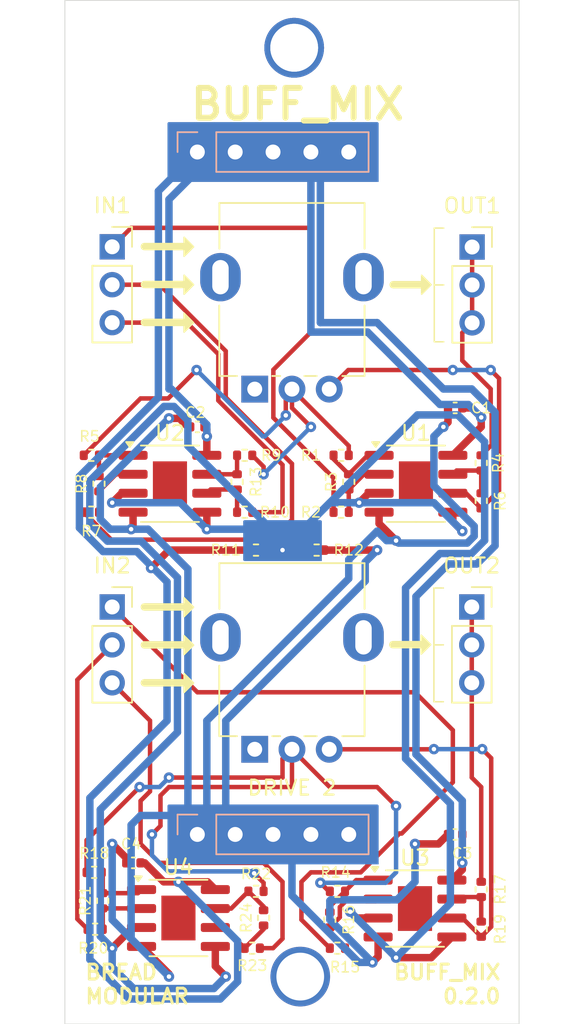
<source format=kicad_pcb>
(kicad_pcb (version 20240108) (generator "pcbnew") (generator_version "8.0")
  (layers (0 "F.Cu" signal) (31 "B.Cu" signal) (34 "B.Paste" user) (35 "F.Paste" user) (36 "B.SilkS" user "B.Silkscreen") (37 "F.SilkS" user "F.Silkscreen") (38 "B.Mask" user) (39 "F.Mask" user) (44 "Edge.Cuts" user))
  (net 0 "")
  (net 1 "GND")
  (net 2 "+5V")
  (net 3 "INA_3")
  (net 4 "INA_1")
  (net 5 "INA_2")
  (net 6 "INB_3")
  (net 7 "INB_1")
  (net 8 "INB_2")
  (net 9 "OUTA")
  (net 10 "OUTB")
  (net 11 "Net-(R1-Pad2)")
  (net 12 "Net-(R1-Pad1)")
  (net 13 "Net-(U1A--)")
  (net 14 "Net-(R4-Pad1)")
  (net 15 "Net-(R5-Pad1)")
  (net 16 "Net-(U1B--)")
  (net 17 "Net-(U2A--)")
  (net 18 "Net-(R13-Pad2)")
  (net 19 "Net-(U2B--)")
  (net 20 "+2.5V")
  (net 21 "Net-(R14-Pad2)")
  (net 22 "Net-(R14-Pad1)")
  (net 23 "Net-(U3A--)")
  (net 24 "Net-(R17-Pad1)")
  (net 25 "Net-(R18-Pad1)")
  (net 26 "Net-(U3B--)")
  (net 27 "Net-(U4A--)")
  (net 28 "Net-(R22-Pad1)")
  (net 29 "Net-(U4B--)")
  (footprint "Resistor_SMD:R_0402_1005Metric" (layer "F.Cu") (at 65.28 100.33 180)
    (property "Reference" "R14")
    (property "Value" "1M")
  )
  (footprint "Resistor_SMD:R_0402_1005Metric" (layer "F.Cu") (at 64.77 102.235 90)
    (property "Reference" "R16")
    (property "Value" "1M")
  )
  (footprint "Connector_PinSocket_2.54mm:PinSocket_1x03_P2.54mm_Vertical" (layer "F.Cu") (at 50.165 81.28)
    (property "Reference" "IN2")
    (property "Value" "Conn_01x03_Socket")
  )
  (footprint "Resistor_SMD:R_0402_1005Metric" (layer "F.Cu") (at 59.815 100.33)
    (property "Reference" "R22")
    (property "Value" "1M")
  )
  (footprint "Resistor_SMD:R_0402_1005Metric" (layer "F.Cu") (at 59.055 74.93 180)
    (property "Reference" "R10")
    (property "Value" "1M")
  )
  (footprint "Capacitor_SMD:C_0402_1005Metric" (layer "F.Cu") (at 51.59 98.425 180)
    (property "Reference" "C4")
    (property "Value" "0.1uf")
  )
  (footprint "Resistor_SMD:R_0402_1005Metric" (layer "F.Cu") (at 48.766 74.93)
    (property "Reference" "R7")
    (property "Value" "1M")
  )
  (footprint "Capacitor_SMD:C_0402_1005Metric" (layer "F.Cu") (at 55.88 69.215 180)
    (property "Reference" "C2")
    (property "Value" "0.1uf")
  )
  (footprint "Resistor_SMD:R_0402_1005Metric" (layer "F.Cu") (at 59.815 77.47)
    (property "Reference" "R11")
    (property "Value" "1k")
  )
  (footprint "Connector_PinSocket_2.54mm:PinSocket_1x03_P2.54mm_Vertical" (layer "F.Cu") (at 74.32 57.165)
    (property "Reference" "OUT1")
    (property "Value" "Conn_01x03_Socket")
  )
  (footprint "Package_SO:SOIC-8-1EP_3.9x4.9mm_P1.27mm_EP2.29x3mm" (layer "F.Cu") (at 70.485 101.485)
    (property "Reference" "U3")
    (property "Value" "MCP6002-xSN")
  )
  (footprint "Resistor_SMD:R_0402_1005Metric" (layer "F.Cu") (at 65.53 74.93)
    (property "Reference" "R2")
    (property "Value" "1M")
  )
  (footprint "Capacitor_SMD:C_0402_1005Metric" (layer "F.Cu") (at 73.18 96.52 180)
    (property "Reference" "C3")
    (property "Value" "0.1uf")
  )
  (footprint "Package_SO:SOIC-8-1EP_3.9x4.9mm_P1.27mm_EP2.29x3mm" (layer "F.Cu") (at 54.61 102.12)
    (property "Reference" "U4")
    (property "Value" "MCP6002-xSN")
  )
  (footprint "Resistor_SMD:R_0402_1005Metric" (layer "F.Cu") (at 49.53 100.965 90)
    (property "Reference" "R21")
    (property "Value" "1M")
  )
  (footprint "Resistor_SMD:R_0402_1005Metric" (layer "F.Cu") (at 63.885 77.47)
    (property "Reference" "R12")
    (property "Value" "1k")
  )
  (footprint "Resistor_SMD:R_0402_1005Metric" (layer "F.Cu") (at 49.02 102.87)
    (property "Reference" "R20")
    (property "Value" "1M")
  )
  (footprint "Resistor_SMD:R_0402_1005Metric" (layer "F.Cu") (at 58.545 72.9 90)
    (property "Reference" "R13")
    (property "Value" "1M")
  )
  (footprint "Resistor_SMD:R_0402_1005Metric" (layer "F.Cu") (at 59.565 104.14 180)
    (property "Reference" "R23")
    (property "Value" "1M")
  )
  (footprint "Resistor_SMD:R_0402_1005Metric" (layer "F.Cu") (at 74.93 74.17 90)
    (property "Reference" "R6")
    (property "Value" "1M")
  )
  (footprint "Resistor_SMD:R_0402_1005Metric" (layer "F.Cu") (at 74.93 100.205 90)
    (property "Reference" "R17")
    (property "Value" "1k")
  )
  (footprint "Resistor_SMD:R_0402_1005Metric" (layer "F.Cu") (at 65.53 71.12)
    (property "Reference" "R1")
    (property "Value" "1M")
  )
  (footprint "Resistor_SMD:R_0402_1005Metric" (layer "F.Cu") (at 48.955 99.06 180)
    (property "Reference" "R18")
    (property "Value" "1M")
  )
  (footprint "Connector_PinSocket_2.54mm:PinSocket_1x03_P2.54mm_Vertical" (layer "F.Cu") (at 74.295 81.28)
    (property "Reference" "OUT2")
    (property "Value" "Conn_01x03_Socket")
  )
  (footprint "Resistor_SMD:R_0402_1005Metric" (layer "F.Cu") (at 59.055 71.12)
    (property "Reference" "R9")
    (property "Value" "1M")
  )
  (footprint "Resistor_SMD:R_0402_1005Metric" (layer "F.Cu") (at 74.93 71.63 90)
    (property "Reference" "R4")
    (property "Value" "1k")
  )
  (footprint "Connector_PinSocket_2.54mm:PinSocket_1x03_P2.54mm_Vertical" (layer "F.Cu") (at 50.165 57.15)
    (property "Reference" "IN1")
    (property "Value" "Conn_01x03_Socket")
  )
  (footprint "Package_SO:SOIC-8-1EP_3.9x4.9mm_P1.27mm_EP2.29x3mm" (layer "F.Cu") (at 54.04 73.025)
    (property "Reference" "U2")
    (property "Value" "MCP6002-xSN")
  )
  (footprint "Package_SO:SOIC-8-1EP_3.9x4.9mm_P1.27mm_EP2.29x3mm" (layer "F.Cu") (at 70.55 73.025)
    (property "Reference" "U1")
    (property "Value" "MCP6002-xSN")
  )
  (footprint "Resistor_SMD:R_0402_1005Metric" (layer "F.Cu") (at 66.04 72.9 90)
    (property "Reference" "R3")
    (property "Value" "1M")
  )
  (footprint "Resistor_SMD:R_0402_1005Metric" (layer "F.Cu") (at 74.93 102.87 90)
    (property "Reference" "R19")
    (property "Value" "1M")
  )
  (footprint "Capacitor_SMD:C_0402_1005Metric" (layer "F.Cu") (at 73.18 67.945 180)
    (property "Reference" "C1")
    (property "Value" "0.1uf")
  )
  (footprint "Resistor_SMD:R_0402_1005Metric" (layer "F.Cu") (at 48.766 71.12 180)
    (property "Reference" "R5")
    (property "Value" "1M")
  )
  (footprint "BreadModular_Pots:Potentiometer_RV09" (layer "F.Cu") (at 59.73 90.815 90)
    (property "Reference" "RV2")
    (property "Value" "1M")
  )
  (footprint "BreadModular_Pots:Potentiometer_RV09" (layer "F.Cu") (at 59.73 66.685 90)
    (property "Reference" "RV1")
    (property "Value" "1M")
  )
  (footprint "Resistor_SMD:R_0402_1005Metric" (layer "F.Cu") (at 60.325 102.11 90)
    (property "Reference" "R24")
    (property "Value" "1M")
  )
  (footprint "Resistor_SMD:R_0402_1005Metric" (layer "F.Cu") (at 65.28 104.14)
    (property "Reference" "R15")
    (property "Value" "1M")
  )
  (footprint "Resistor_SMD:R_0402_1005Metric" (layer "F.Cu") (at 49.276 73.025 90)
    (property "Reference" "R8")
    (property "Value" "1M")
  )
  (footprint "Connector_PinHeader_2.54mm:PinHeader_1x05_P2.54mm_Vertical" (layer "B.Cu") (at 55.88 96.52 -90)
    (property "Reference" "GND1" (hide yes))
    (property "Value" "Conn_01x05_Pin")
  )
  (footprint "Connector_PinHeader_2.54mm:PinHeader_1x05_P2.54mm_Vertical" (layer "B.Cu") (at 55.88 50.8 -90)
    (property "Reference" "5V1" (hide yes))
    (property "Value" "Conn_01x05_Pin")
  )
  (gr_poly (pts (xy 59.055 75.565) (xy 64.135 75.565) (xy 64.135 78.105) (xy 59.055 78.105)) (stroke (width 0.2)) (fill solid) (layer "B.Cu") (net 20))
  (gr_poly (pts (xy 53.975 48.895) (xy 67.945 48.895) (xy 67.945 52.705) (xy 53.975 52.705)) (stroke (width 0.2)) (fill solid) (layer "B.Cu") (net 2))
  (gr_poly (pts (xy 67.945 98.425) (xy 67.945 94.615) (xy 53.975 94.615) (xy 53.975 98.425)) (stroke (width 0.2)) (fill solid) (layer "B.Cu") (net 1))
  (gr_poly (pts (xy 54.991 87.01) (xy 54.991 85.74) (xy 55.626 86.375)) (stroke (width 0.1)) (fill solid) (layer "F.SilkS"))
  (gr_line (start 72.415 55.895) (end 71.78 55.895) (stroke (width 0.1)) (layer "F.SilkS"))
  (gr_line (start 72.39 80.01) (end 71.755 80.01) (stroke (width 0.1)) (layer "F.SilkS"))
  (gr_line (start 52.324 62.215) (end 54.864 62.215) (stroke (width 0.5)) (layer "F.SilkS"))
  (gr_line (start 71.78 59.705) (end 72.415 59.705) (stroke (width 0.1)) (layer "F.SilkS"))
  (gr_poly (pts (xy 70.9295 60.325) (xy 70.9295 59.055) (xy 71.5645 59.69)) (stroke (width 0.1)) (fill solid) (layer "F.SilkS"))
  (gr_poly (pts (xy 54.991 62.865) (xy 54.991 61.595) (xy 55.626 62.23)) (stroke (width 0.1)) (fill solid) (layer "F.SilkS"))
  (gr_line (start 71.78 55.895) (end 71.78 63.515) (stroke (width 0.1)) (layer "F.SilkS"))
  (gr_poly (pts (xy 70.9045 84.44) (xy 70.9045 83.17) (xy 71.5395 83.805)) (stroke (width 0.1)) (fill solid) (layer "F.SilkS"))
  (gr_line (start 68.9995 83.805) (end 70.9045 83.805) (stroke (width 0.5)) (layer "F.SilkS"))
  (gr_line (start 52.324 83.82) (end 54.864 83.82) (stroke (width 0.5)) (layer "F.SilkS"))
  (gr_line (start 71.755 80.01) (end 71.755 87.63) (stroke (width 0.1)) (layer "F.SilkS"))
  (gr_line (start 52.324 57.135) (end 54.864 57.135) (stroke (width 0.5)) (layer "F.SilkS"))
  (gr_poly (pts (xy 54.991 60.325) (xy 54.991 59.055) (xy 55.626 59.69)) (stroke (width 0.1)) (fill solid) (layer "F.SilkS"))
  (gr_line (start 52.324 59.675) (end 54.864 59.675) (stroke (width 0.5)) (layer "F.SilkS"))
  (gr_line (start 52.324 86.36) (end 54.864 86.36) (stroke (width 0.5)) (layer "F.SilkS"))
  (gr_poly (pts (xy 54.991 57.785) (xy 54.991 56.515) (xy 55.626 57.15)) (stroke (width 0.1)) (fill solid) (layer "F.SilkS"))
  (gr_line (start 69.0245 59.69) (end 70.9295 59.69) (stroke (width 0.5)) (layer "F.SilkS"))
  (gr_poly (pts (xy 54.991 84.47) (xy 54.991 83.2) (xy 55.626 83.835)) (stroke (width 0.1)) (fill solid) (layer "F.SilkS"))
  (gr_poly (pts (xy 54.991 81.93) (xy 54.991 80.66) (xy 55.626 81.295)) (stroke (width 0.1)) (fill solid) (layer "F.SilkS"))
  (gr_line (start 52.324 81.28) (end 54.864 81.28) (stroke (width 0.5)) (layer "F.SilkS"))
  (gr_line (start 71.755 87.63) (end 72.39 87.63) (stroke (width 0.1)) (layer "F.SilkS"))
  (gr_line (start 71.78 63.515) (end 72.415 63.515) (stroke (width 0.1)) (layer "F.SilkS"))
  (gr_line (start 71.755 83.82) (end 72.39 83.82) (stroke (width 0.1)) (layer "F.SilkS"))
  (gr_line (start 46.99 109.22) (end 77.47 109.22) (stroke (width 0.05)) (layer "Edge.Cuts"))
  (gr_line (start 77.47 40.64) (end 46.99 40.64) (stroke (width 0.05)) (layer "Edge.Cuts"))
  (gr_line (start 46.99 40.64) (end 46.99 109.22) (stroke (width 0.05)) (layer "Edge.Cuts"))
  (gr_line (start 77.47 109.22) (end 77.47 40.64) (stroke (width 0.05)) (layer "Edge.Cuts"))
  (gr_text "DRIVE 2" (at 62.23 93.98 0) (layer "F.SilkS") (effects (font (size 1 1)) (justify bottom)))
  (gr_text "BUFF_MIX\n0.2.0" (at 76.327 107.95 0) (layer "F.SilkS") (effects (font (size 1 1) (thickness 0.2) (bold yes)) (justify right bottom)))
  (gr_text "BUFF_MIX" (at 55.245 48.768 0) (layer "F.SilkS") (effects (font (size 2 2) (thickness 0.4) (bold yes)) (justify left bottom)))
  (gr_text "BREAD\nMODULAR" (at 48.26 107.95 0) (layer "F.SilkS") (effects (font (size 1 1) (thickness 0.2) (bold yes)) (justify left bottom)))
  (via (at 62.37758 43.815) (size 4) (drill 3.2) (layers "F.Cu" "B.Cu") (net 0))
  (via (at 62.37758 43.815) (size 4) (drill 3.2) (layers "F.Cu" "B.Cu") (net 0))
  (via (at 62.784908 106.045) (size 4) (drill 3.2) (layers "F.Cu" "B.Cu") (net 0))
  (via (at 62.37758 43.815) (size 4) (drill 3.2) (layers "F.Cu" "B.Cu") (net 0))
  (via (at 62.37758 43.815) (size 4) (drill 3.2) (layers "F.Cu" "B.Cu") (net 0))
  (segment (start 51.565 76.04) (end 51.435 76.17) (width 0.5) (layer "F.Cu") (net 1))
  (segment (start 64.395 77.47) (end 67.945 77.47) (width 0.5) (layer "F.Cu") (net 1))
  (segment (start 55.88 96.52) (end 66.04 96.52) (width 0.5) (layer "F.Cu") (net 1))
  (segment (start 68.075 75.695) (end 68.075 74.93) (width 0.5) (layer "F.Cu") (net 1))
  (segment (start 70.485 97.155) (end 72.065 97.155) (width 0.5) (layer "F.Cu") (net 1))
  (segment (start 72.7 67.945) (end 72.7 68.905) (width 0.5) (layer "F.Cu") (net 1))
  (segment (start 53.975 105.865) (end 52.135 104.025) (width 0.5) (layer "F.Cu") (net 1))
  (segment (start 68.01 103.39) (end 68.01 104.71) (width 0.5) (layer "F.Cu") (net 1))
  (segment (start 72.7 68.905) (end 72.39 69.215) (width 0.5) (layer "F.Cu") (net 1))
  (segment (start 51.11 98.1) (end 50.165 97.155) (width 0.5) (layer "F.Cu") (net 1))
  (segment (start 55.245 69.215) (end 55.4 69.215) (width 0.5) (layer "F.Cu") (net 1))
  (segment (start 54.675 68.645) (end 55.245 69.215) (width 0.5) (layer "F.Cu") (net 1))
  (segment (start 51.11 98.425) (end 51.11 98.1) (width 0.5) (layer "F.Cu") (net 1))
  (segment (start 68.01 104.71) (end 67.6275 105.0925) (width 0.5) (layer "F.Cu") (net 1))
  (segment (start 51.435 76.17) (end 51.435 76.07) (width 0.5) (layer "F.Cu") (net 1))
  (segment (start 53.975 106.045) (end 53.975 105.865) (width 0.5) (layer "F.Cu") (net 1))
  (segment (start 69.215 76.835) (end 68.075 75.695) (width 0.5) (layer "F.Cu") (net 1))
  (segment (start 53.975 68.645) (end 54.675 68.645) (width 0.5) (layer "F.Cu") (net 1))
  (segment (start 72.065 97.155) (end 72.7 96.52) (width 0.5) (layer "F.Cu") (net 1))
  (segment (start 51.565 74.93) (end 51.565 76.04) (width 0.5) (layer "F.Cu") (net 1))
  (via (at 53.975 106.045) (size 0.7) (drill 0.3) (layers "F.Cu" "B.Cu") (net 1))
  (via (at 70.485 97.155) (size 0.7) (drill 0.3) (layers "F.Cu" "B.Cu") (net 1))
  (via (at 53.975 68.645) (size 0.7) (drill 0.3) (layers "F.Cu" "B.Cu") (net 1))
  (via (at 67.6275 105.0925) (size 0.7) (drill 0.3) (layers "F.Cu" "B.Cu") (net 1))
  (via (at 72.39 69.215) (size 0.7) (drill 0.3) (layers "F.Cu" "B.Cu") (net 1))
  (via (at 67.945 77.47) (size 0.7) (drill 0.3) (layers "F.Cu" "B.Cu") (net 1))
  (via (at 50.165 97.155) (size 0.7) (drill 0.3) (layers "F.Cu" "B.Cu") (net 1))
  (via (at 51.435 76.07) (size 0.7) (drill 0.3) (layers "F.Cu" "B.Cu") (net 1))
  (via (at 69.215 76.835) (size 0.7) (drill 0.3) (layers "F.Cu" "B.Cu") (net 1))
  (segment (start 49.365 73.255) (end 49.365 75.4) (width 0.5) (layer "B.Cu") (net 1))
  (segment (start 62.23 100.61005) (end 62.23 97.79) (width 0.5) (layer "B.Cu") (net 1))
  (segment (start 68.58 76.835) (end 67.945 76.2) (width 0.5) (layer "B.Cu") (net 1))
  (segment (start 73.991371 77) (end 74.46 76.531371) (width 0.5) (layer "B.Cu") (net 1))
  (segment (start 51.435 103.505) (end 51.435 95.885) (width 0.5) (layer "B.Cu") (net 1))
  (segment (start 50.165 102.235) (end 53.975 106.045) (width 0.5) (layer "B.Cu") (net 1))
  (segment (start 67.145 78.27) (end 67.145 79.54) (width 0.5) (layer "B.Cu") (net 1))
  (segment (start 64.77 100.965) (end 64.77 102.235) (width 0.5) (layer "B.Cu") (net 1))
  (segment (start 52.07 95.25) (end 54.61 95.25) (width 0.5) (layer "B.Cu") (net 1))
  (segment (start 56.515 88.9) (end 56.515 94.615) (width 0.5) (layer "B.Cu") (net 1))
  (segment (start 71.755 73.163629) (end 71.755 69.85) (width 0.5) (layer "B.Cu") (net 1))
  (segment (start 67.145 79.54) (end 57.785 88.9) (width 0.5) (layer "B.Cu") (net 1))
  (segment (start 66.71245 105.0925) (end 62.23 100.61005) (width 0.5) (layer "B.Cu") (net 1))
  (segment (start 69.28 100.9) (end 64.835 100.9) (width 0.5) (layer "B.Cu") (net 1))
  (segment (start 66.04 79.375) (end 56.515 88.9) (width 0.5) (layer "B.Cu") (net 1))
  (segment (start 55.88 95.25) (end 55.88 96.52) (width 0.5) (layer "B.Cu") (net 1))
  (segment (start 67.945 76.2) (end 66.04 78.105) (width 0.5) (layer "B.Cu") (net 1))
  (segment (start 69.38 77) (end 73.991371 77) (width 0.5) (layer "B.Cu") (net 1))
  (segment (start 74.46 76.531371) (end 74.46 75.868629) (width 0.5) (layer "B.Cu") (net 1))
  (segment (start 55.245 78.74) (end 55.245 95.885) (width 0.5) (layer "B.Cu") (net 1))
  (segment (start 64.835 100.9) (end 64.77 100.965) (width 0.5) (layer "B.Cu") (net 1))
  (segment (start 54.61 95.25) (end 55.88 96.52) (width 0.5) (layer "B.Cu") (net 1))
  (segment (start 49.365 75.4) (end 50.035 76.07) (width 0.5) (layer "B.Cu") (net 1))
  (segment (start 70.485 97.155) (end 70.485 99.695) (width 0.5) (layer "B.Cu") (net 1))
  (segment (start 67.6275 105.0925) (end 66.71245 105.0925) (width 0.5) (layer "B.Cu") (net 1))
  (segment (start 69.215 76.835) (end 68.58 76.835) (width 0.5) (layer "B.Cu") (net 1))
  (segment (start 52.575 76.07) (end 55.245 78.74) (width 0.5) (layer "B.Cu") (net 1))
  (segment (start 51.435 76.07) (end 52.575 76.07) (width 0.5) (layer "B.Cu") (net 1))
  (segment (start 62.23 97.79) (end 60.96 96.52) (width 0.5) (layer "B.Cu") (net 1))
  (segment (start 71.755 69.85) (end 72.39 69.215) (width 0.5) (layer "B.Cu") (net 1))
  (segment (start 74.46 75.868629) (end 71.755 73.163629) (width 0.5) (layer "B.Cu") (net 1))
  (segment (start 55.245 95.885) (end 55.88 96.52) (width 0.5) (layer "B.Cu") (net 1))
  (segment (start 51.435 95.885) (end 52.07 95.25) (width 0.5) (layer "B.Cu") (net 1))
  (segment (start 50.035 76.07) (end 51.435 76.07) (width 0.5) (layer "B.Cu") (net 1))
  (segment (start 56.515 94.615) (end 55.88 95.25) (width 0.5) (layer "B.Cu") (net 1))
  (segment (start 53.975 68.645) (end 49.365 73.255) (width 0.5) (layer "B.Cu") (net 1))
  (segment (start 69.215 76.835) (end 69.38 77) (width 0.5) (layer "B.Cu") (net 1))
  (segment (start 66.04 78.105) (end 66.04 79.375) (width 0.5) (layer "B.Cu") (net 1))
  (segment (start 50.165 97.155) (end 50.165 102.235) (width 0.5) (layer "B.Cu") (net 1))
  (segment (start 70.485 99.695) (end 69.28 100.9) (width 0.5) (layer "B.Cu") (net 1))
  (segment (start 67.945 77.47) (end 67.145 78.27) (width 0.5) (layer "B.Cu") (net 1))
  (segment (start 57.785 88.9) (end 57.785 94.615) (width 0.5) (layer "B.Cu") (net 1))
  (segment (start 64.77 102.235) (end 67.6275 105.0925) (width 0.5) (layer "B.Cu") (net 1))
  (segment (start 53.975 106.045) (end 51.435 103.505) (width 0.5) (layer "B.Cu") (net 1))
  (segment (start 57.785 94.615) (end 55.88 96.52) (width 0.5) (layer "B.Cu") (net 1))
  (segment (start 53.619999 99.695) (end 54.61 99.695) (width 0.5) (layer "F.Cu") (net 2))
  (segment (start 52.774314 78.670686) (end 53.975 77.47) (width 0.5) (layer "F.Cu") (net 2))
  (segment (start 56.515 71.12) (end 56.515 69.85) (width 0.5) (layer "F.Cu") (net 2))
  (segment (start 74.93 69.215) (end 73.025 71.12) (width 0.5) (layer "F.Cu") (net 2))
  (segment (start 73.66 96.52) (end 73.66 98.425) (width 0.5) (layer "F.Cu") (net 2))
  (segment (start 52.07 98.425) (end 52.349999 98.425) (width 0.5) (layer "F.Cu") (net 2))
  (segment (start 74.93 68.58) (end 74.93 69.215) (width 0.5) (layer "F.Cu") (net 2))
  (segment (start 73.66 67.945) (end 74.295 67.945) (width 0.5) (layer "F.Cu") (net 2))
  (segment (start 73.66 98.425) (end 73.66 98.88) (width 0.5) (layer "F.Cu") (net 2))
  (segment (start 56.565 99.695) (end 57.085 100.215) (width 0.5) (layer "F.Cu") (net 2))
  (segment (start 52.349999 98.425) (end 53.619999 99.695) (width 0.5) (layer "F.Cu") (net 2))
  (segment (start 74.295 67.945) (end 74.93 68.58) (width 0.5) (layer "F.Cu") (net 2))
  (segment (start 53.975 77.47) (end 59.305 77.47) (width 0.5) (layer "F.Cu") (net 2))
  (segment (start 73.66 98.88) (end 72.96 99.58) (width 0.5) (layer "F.Cu") (net 2))
  (segment (start 55.88 50.8) (end 66.04 50.8) (width 0.5) (layer "F.Cu") (net 2))
  (segment (start 56.515 69.85) (end 56.515 69.37) (width 0.5) (layer "F.Cu") (net 2))
  (segment (start 56.515 69.37) (end 56.36 69.215) (width 0.5) (layer "F.Cu") (net 2))
  (segment (start 54.61 99.695) (end 56.565 99.695) (width 0.5) (layer "F.Cu") (net 2))
  (via (at 56.515 69.85) (size 0.7) (drill 0.3) (layers "F.Cu" "B.Cu") (net 2))
  (via (at 54.61 99.695) (size 0.7) (drill 0.3) (layers "F.Cu" "B.Cu") (net 2))
  (via (at 52.774314 78.670686) (size 0.7) (drill 0.3) (layers "F.Cu" "B.Cu") (net 2))
  (via (at 73.66 98.425) (size 0.7) (drill 0.3) (layers "F.Cu" "B.Cu") (net 2))
  (via (at 74.93 68.58) (size 0.7) (drill 0.3) (layers "F.Cu" "B.Cu") (net 2))
  (segment (start 53.845 79.59995) (end 51.81505 77.57) (width 0.5) (layer "B.Cu") (net 2))
  (segment (start 56.515 69.063679) (end 54.126321 66.675) (width 0.5) (layer "B.Cu") (net 2))
  (segment (start 53.975 53.975) (end 55.88 52.07) (width 0.5) (layer "B.Cu") (net 2))
  (segment (start 70.55 91.15005) (end 70.55 80.58) (width 0.5) (layer "B.Cu") (net 2))
  (segment (start 73.66 94.26005) (end 70.55 91.15005) (width 0.5) (layer "B.Cu") (net 2))
  (segment (start 58.585 106.376371) (end 57.416371 107.545) (width 0.5) (layer "B.Cu") (net 2))
  (segment (start 48.665 94.08) (end 53.845 88.9) (width 0.5) (layer "B.Cu") (net 2))
  (segment (start 75.86 77.175) (end 75.86 68.24) (width 0.5) (layer "B.Cu") (net 2))
  (segment (start 75.86 68.24) (end 74.295 66.675) (width 0.5) (layer "B.Cu") (net 2))
  (segment (start 74.93 68.58) (end 74.065 67.715) (width 0.5) (layer "B.Cu") (net 2))
  (segment (start 64.135 52.705) (end 66.04 50.8) (width 0.5) (layer "B.Cu") (net 2))
  (segment (start 57.416371 107.545) (end 51.31005 107.545) (width 0.5) (layer "B.Cu") (net 2))
  (segment (start 67.31 62.865) (end 63.5 62.865) (width 0.5) (layer "B.Cu") (net 2))
  (segment (start 63.5 62.865) (end 63.5 50.8) (width 0.5) (layer "B.Cu") (net 2))
  (segment (start 58.585 103.67) (end 58.585 106.376371) (width 0.5) (layer "B.Cu") (net 2))
  (segment (start 54.61 99.695) (end 58.585 103.67) (width 0.5) (layer "B.Cu") (net 2))
  (segment (start 47.965 75.9799) (end 47.965 72.533679) (width 0.5) (layer "B.Cu") (net 2))
  (segment (start 48.665 104.89995) (end 48.665 94.08) (width 0.5) (layer "B.Cu") (net 2))
  (segment (start 67.945 62.23) (end 64.135 62.23) (width 0.5) (layer "B.Cu") (net 2))
  (segment (start 51.31005 107.545) (end 48.665 104.89995) (width 0.5) (layer "B.Cu") (net 2))
  (segment (start 72.39 66.675) (end 67.945 62.23) (width 0.5) (layer "B.Cu") (net 2))
  (segment (start 49.5551 77.57) (end 47.965 75.9799) (width 0.5) (layer "B.Cu") (net 2))
  (segment (start 72.16 67.715) (end 67.31 62.865) (width 0.5) (layer "B.Cu") (net 2))
  (segment (start 53.845 88.9) (end 53.845 79.59995) (width 0.5) (layer "B.Cu") (net 2))
  (segment (start 51.81505 77.57) (end 49.5551 77.57) (width 0.5) (layer "B.Cu") (net 2))
  (segment (start 64.135 62.23) (end 64.135 52.705) (width 0.5) (layer "B.Cu") (net 2))
  (segment (start 56.515 69.85) (end 56.515 69.063679) (width 0.5) (layer "B.Cu") (net 2))
  (segment (start 53.26434 67.23434) (end 53.26434 53.41566) (width 0.5) (layer "B.Cu") (net 2))
  (segment (start 70.55 80.58) (end 72.73 78.4) (width 0.5) (layer "B.Cu") (net 2))
  (segment (start 47.965 72.533679) (end 48.375051 72.123629) (width 0.5) (layer "B.Cu") (net 2))
  (segment (start 74.295 66.675) (end 72.39 66.675) (width 0.5) (layer "B.Cu") (net 2))
  (segment (start 53.26434 53.41566) (end 55.88 50.8) (width 0.5) (layer "B.Cu") (net 2))
  (segment (start 55.88 52.07) (end 55.88 50.8) (width 0.5) (layer "B.Cu") (net 2))
  (segment (start 74.065 67.715) (end 72.16 67.715) (width 0.5) (layer "B.Cu") (net 2))
  (segment (start 73.66 98.425) (end 73.66 94.26005) (width 0.5) (layer "B.Cu") (net 2))
  (segment (start 53.975 66.675) (end 53.975 53.975) (width 0.5) (layer "B.Cu") (net 2))
  (segment (start 54.126321 66.675) (end 53.975 66.675) (width 0.5) (layer "B.Cu") (net 2))
  (segment (start 74.635 78.4) (end 75.86 77.175) (width 0.5) (layer "B.Cu") (net 2))
  (segment (start 48.375051 72.123629) (end 53.26434 67.23434) (width 0.5) (layer "B.Cu") (net 2))
  (segment (start 72.73 78.4) (end 74.635 78.4) (width 0.5) (layer "B.Cu") (net 2))
  (segment (start 57.285 67.447106) (end 61.595 71.757106) (width 0.3) (layer "F.Cu") (net 3))
  (segment (start 50.165 62.23) (end 55.172894 62.23) (width 0.3) (layer "F.Cu") (net 3))
  (segment (start 57.285 64.342106) (end 57.285 67.447106) (width 0.3) (layer "F.Cu") (net 3))
  (segment (start 61.595 71.757106) (end 61.595 74.93) (width 0.3) (layer "F.Cu") (net 3))
  (segment (start 55.172894 62.23) (end 57.285 64.342106) (width 0.3) (layer "F.Cu") (net 3))
  (segment (start 61.595 74.93) (end 59.565 74.93) (width 0.3) (layer "F.Cu") (net 3))
  (segment (start 63.5 62.865) (end 60.98 65.385) (width 0.3) (layer "F.Cu") (net 4))
  (segment (start 51.435 55.88) (end 63.5 55.88) (width 0.3) (layer "F.Cu") (net 4))
  (segment (start 65.02 72.64) (end 65.02 74.93) (width 0.3) (layer "F.Cu") (net 4))
  (segment (start 60.98 68.6) (end 65.02 72.64) (width 0.3) (layer "F.Cu") (net 4))
  (segment (start 50.165 57.15) (end 51.435 55.88) (width 0.3) (layer "F.Cu") (net 4))
  (segment (start 60.98 65.385) (end 60.98 68.6) (width 0.3) (layer "F.Cu") (net 4))
  (segment (start 63.5 55.88) (end 63.5 62.865) (width 0.3) (layer "F.Cu") (net 4))
  (segment (start 53.34 59.69) (end 57.785 64.135) (width 0.3) (layer "F.Cu") (net 5))
  (segment (start 62.23 71.685) (end 62.23 75.435) (width 0.3) (layer "F.Cu") (net 5))
  (segment (start 50.165 59.69) (end 53.34 59.69) (width 0.3) (layer "F.Cu") (net 5))
  (segment (start 49.53 76.2) (end 49.526 76.2) (width 0.3) (layer "F.Cu") (net 5))
  (segment (start 49.526 76.2) (end 48.256 74.93) (width 0.3) (layer "F.Cu") (net 5))
  (segment (start 57.785 64.135) (end 57.785 67.24) (width 0.3) (layer "F.Cu") (net 5))
  (segment (start 60.895 76.77) (end 50.1 76.77) (width 0.3) (layer "F.Cu") (net 5))
  (segment (start 57.785 67.24) (end 62.23 71.685) (width 0.3) (layer "F.Cu") (net 5))
  (segment (start 50.1 76.77) (end 49.53 76.2) (width 0.3) (layer "F.Cu") (net 5))
  (segment (start 62.23 75.435) (end 60.895 76.77) (width 0.3) (layer "F.Cu") (net 5))
  (segment (start 52.705 93.63495) (end 52.705 88.9) (width 0.3) (layer "F.Cu") (net 6))
  (segment (start 60.96 104.14) (end 61.595 103.505) (width 0.3) (layer "F.Cu") (net 6))
  (segment (start 60.075 104.14) (end 60.96 104.14) (width 0.3) (layer "F.Cu") (net 6))
  (segment (start 61.595 103.505) (end 61.595 99.695) (width 0.3) (layer "F.Cu") (net 6))
  (segment (start 53.34 98.425) (end 52.07 97.155) (width 0.3) (layer "F.Cu") (net 6))
  (segment (start 52.705 88.9) (end 50.165 86.36) (width 0.3) (layer "F.Cu") (net 6))
  (segment (start 60.325 98.425) (end 53.34 98.425) (width 0.3) (layer "F.Cu") (net 6))
  (segment (start 52.07 97.155) (end 52.07 94.26995) (width 0.3) (layer "F.Cu") (net 6))
  (segment (start 61.595 99.695) (end 60.325 98.425) (width 0.3) (layer "F.Cu") (net 6))
  (segment (start 52.07 94.26995) (end 52.705 93.63495) (width 0.3) (layer "F.Cu") (net 6))
  (segment (start 73.025 93.0275) (end 73.025 89.535) (width 0.3) (layer "F.Cu") (net 7))
  (segment (start 62.865 102.235) (end 62.865 99.695) (width 0.3) (layer "F.Cu") (net 7))
  (segment (start 64.77 104.14) (end 62.865 102.235) (width 0.3) (layer "F.Cu") (net 7))
  (segment (start 69.5975 96.455) (end 73.025 93.0275) (width 0.3) (layer "F.Cu") (net 7))
  (segment (start 70.485 86.995) (end 55.88 86.995) (width 0.3) (layer "F.Cu") (net 7))
  (segment (start 63.5 99.06) (end 66.843738 99.06) (width 0.3) (layer "F.Cu") (net 7))
  (segment (start 55.88 86.995) (end 50.165 81.28) (width 0.3) (layer "F.Cu") (net 7))
  (segment (start 66.843738 99.06) (end 69.448738 96.455) (width 0.3) (layer "F.Cu") (net 7))
  (segment (start 69.448738 96.455) (end 69.5975 96.455) (width 0.3) (layer "F.Cu") (net 7))
  (segment (start 73.025 89.535) (end 70.485 86.995) (width 0.3) (layer "F.Cu") (net 7))
  (segment (start 62.865 99.695) (end 63.5 99.06) (width 0.3) (layer "F.Cu") (net 7))
  (segment (start 47.825 102.185) (end 47.825 86.16) (width 0.3) (layer "F.Cu") (net 8))
  (segment (start 48.51 102.87) (end 47.825 102.185) (width 0.3) (layer "F.Cu") (net 8))
  (segment (start 47.825 86.16) (end 50.165 83.82) (width 0.3) (layer "F.Cu") (net 8))
  (segment (start 75.565 66.675) (end 73.66 64.77) (width 0.3) (layer "F.Cu") (net 9))
  (segment (start 73.66 62.905) (end 74.32 62.245) (width 0.3) (layer "F.Cu") (net 9))
  (segment (start 73.66 64.77) (end 73.66 62.905) (width 0.3) (layer "F.Cu") (net 9))
  (segment (start 75.63 68.29005) (end 75.565 68.22505) (width 0.3) (layer "F.Cu") (net 9))
  (segment (start 75.63 70.42) (end 75.63 68.29005) (width 0.3) (layer "F.Cu") (net 9))
  (segment (start 75.565 68.22505) (end 75.565 66.675) (width 0.3) (layer "F.Cu") (net 9))
  (segment (start 74.32 57.165) (end 74.32 62.245) (width 0.3) (layer "F.Cu") (net 9))
  (segment (start 74.93 71.12) (end 75.63 70.42) (width 0.3) (layer "F.Cu") (net 9))
  (segment (start 74.295 92.71) (end 74.295 86.36) (width 0.3) (layer "F.Cu") (net 10))
  (segment (start 74.93 93.345) (end 74.295 92.71) (width 0.3) (layer "F.Cu") (net 10))
  (segment (start 74.93 99.695) (end 74.93 93.345) (width 0.3) (layer "F.Cu") (net 10))
  (segment (start 74.295 81.28) (end 74.295 86.36) (width 0.3) (layer "F.Cu") (net 10))
  (segment (start 63.5 69.215) (end 62.23 67.945) (width 0.3) (layer "F.Cu") (net 11))
  (segment (start 66.04 70.485) (end 65.405 69.85) (width 0.3) (layer "F.Cu") (net 11))
  (segment (start 60.325 72.39) (end 60.325 71.88) (width 0.3) (layer "F.Cu") (net 11))
  (segment (start 61.814975 67.100025) (end 62.23 66.685) (width 0.3) (layer "F.Cu") (net 11))
  (segment (start 65.405 69.85) (end 65.395 69.85) (width 0.3) (layer "F.Cu") (net 11))
  (segment (start 66.04 71.12) (end 66.04 70.485) (width 0.3) (layer "F.Cu") (net 11))
  (segment (start 53.922342 67.31) (end 52.066 67.31) (width 0.3) (layer "F.Cu") (net 11))
  (segment (start 65.395 69.85) (end 62.23 66.685) (width 0.3) (layer "F.Cu") (net 11))
  (segment (start 52.066 67.31) (end 48.256 71.12) (width 0.3) (layer "F.Cu") (net 11))
  (segment (start 62.23 67.945) (end 62.23 66.685) (width 0.3) (layer "F.Cu") (net 11))
  (segment (start 61.814975 68.445025) (end 61.814975 67.100025) (width 0.3) (layer "F.Cu") (net 11))
  (segment (start 60.325 71.88) (end 59.565 71.12) (width 0.3) (layer "F.Cu") (net 11))
  (segment (start 55.827342 65.405) (end 53.922342 67.31) (width 0.3) (layer "F.Cu") (net 11))
  (via (at 61.814975 68.445025) (size 0.7) (drill 0.3) (layers "F.Cu" "B.Cu") (net 11))
  (via (at 63.5 69.215) (size 0.7) (drill 0.3) (layers "F.Cu" "B.Cu") (net 11))
  (via (at 55.827342 65.405) (size 0.7) (drill 0.3) (layers "F.Cu" "B.Cu") (net 11))
  (via (at 60.325 72.39) (size 0.7) (drill 0.3) (layers "F.Cu" "B.Cu") (net 11))
  (segment (start 60.41 69.85) (end 61.814975 68.445025) (width 0.3) (layer "B.Cu") (net 11))
  (segment (start 60.272342 69.85) (end 60.41 69.85) (width 0.3) (layer "B.Cu") (net 11))
  (segment (start 63.5 69.215) (end 60.325 72.39) (width 0.3) (layer "B.Cu") (net 11))
  (segment (start 55.827342 65.405) (end 60.272342 69.85) (width 0.3) (layer "B.Cu") (net 11))
  (segment (start 65.02 71.12) (end 65.02 71.37) (width 0.3) (layer "F.Cu") (net 12))
  (segment (start 65.02 71.37) (end 66.04 72.39) (width 0.3) (layer "F.Cu") (net 12))
  (segment (start 66.04 72.39) (end 67.31 71.12) (width 0.3) (layer "F.Cu") (net 12))
  (segment (start 67.31 71.12) (end 68.075 71.12) (width 0.3) (layer "F.Cu") (net 12))
  (segment (start 67.06 72.39) (end 68.075 72.39) (width 0.3) (layer "F.Cu") (net 13))
  (segment (start 66.04 73.41) (end 67.06 72.39) (width 0.3) (layer "F.Cu") (net 13))
  (segment (start 66.04 74.93) (end 66.04 73.41) (width 0.3) (layer "F.Cu") (net 13))
  (segment (start 74.93 72.14) (end 74.93 73.66) (width 0.3) (layer "F.Cu") (net 14))
  (segment (start 73.275 72.14) (end 73.025 72.39) (width 0.3) (layer "F.Cu") (net 14))
  (segment (start 74.93 72.14) (end 73.275 72.14) (width 0.3) (layer "F.Cu") (net 14))
  (segment (start 51.565 71.12) (end 49.276 71.12) (width 0.3) (layer "F.Cu") (net 15))
  (segment (start 49.276 72.515) (end 49.276 71.12) (width 0.3) (layer "F.Cu") (net 15))
  (segment (start 73.025 65.405) (end 66.01 65.405) (width 0.3) (layer "F.Cu") (net 16))
  (segment (start 73.91 73.66) (end 73.025 73.66) (width 0.3) (layer "F.Cu") (net 16))
  (segment (start 76.13 73.48) (end 76.13 65.97) (width 0.3) (layer "F.Cu") (net 16))
  (segment (start 74.93 74.68) (end 76.13 73.48) (width 0.3) (layer "F.Cu") (net 16))
  (segment (start 76.13 65.97) (end 75.565 65.405) (width 0.3) (layer "F.Cu") (net 16))
  (segment (start 66.01 65.405) (end 64.73 66.685) (width 0.3) (layer "F.Cu") (net 16))
  (segment (start 74.93 74.68) (end 73.91 73.66) (width 0.3) (layer "F.Cu") (net 16))
  (via (at 73.025 65.405) (size 0.7) (drill 0.3) (layers "F.Cu" "B.Cu") (net 16))
  (via (at 75.565 65.405) (size 0.7) (drill 0.3) (layers "F.Cu" "B.Cu") (net 16))
  (segment (start 75.565 65.405) (end 73.025 65.405) (width 0.3) (layer "B.Cu") (net 16))
  (segment (start 49.276 73.535) (end 50.421 72.39) (width 0.3) (layer "F.Cu") (net 17))
  (segment (start 50.421 72.39) (end 51.565 72.39) (width 0.3) (layer "F.Cu") (net 17))
  (segment (start 49.276 74.93) (end 49.276 73.535) (width 0.3) (layer "F.Cu") (net 17))
  (segment (start 58.545 72.39) (end 56.515 72.39) (width 0.3) (layer "F.Cu") (net 18))
  (segment (start 58.545 71.12) (end 58.545 72.39) (width 0.3) (layer "F.Cu") (net 18))
  (segment (start 58.545 74.93) (end 58.545 73.41) (width 0.3) (layer "F.Cu") (net 19))
  (segment (start 58.545 73.41) (end 56.765 73.41) (width 0.3) (layer "F.Cu") (net 19))
  (segment (start 56.765 73.41) (end 56.515 73.66) (width 0.3) (layer "F.Cu") (net 19))
  (segment (start 66.14 101.7) (end 66.56 102.12) (width 0.5) (layer "F.Cu") (net 20))
  (segment (start 66.56 102.12) (end 68.01 102.12) (width 0.5) (layer "F.Cu") (net 20))
  (segment (start 63.375 77.47) (end 61.595 77.47) (width 0.5) (layer "F.Cu") (net 20))
  (segment (start 57.085 104.025) (end 57.085 105.345) (width 0.5) (layer "F.Cu") (net 20))
  (segment (start 52.135 102.755) (end 51.55 102.755) (width 0.5) (layer "F.Cu") (net 20))
  (segment (start 50.8 73.66) (end 50.165 74.295) (width 0.5) (layer "F.Cu") (net 20))
  (segment (start 68.075 73.66) (end 67.375 73.66) (width 0.5) (layer "F.Cu") (net 20))
  (segment (start 73.025 75.565) (end 73.66 76.2) (width 0.5) (layer "F.Cu") (net 20))
  (segment (start 73.025 74.93) (end 73.025 75.565) (width 0.5) (layer "F.Cu") (net 20))
  (segment (start 61.595 77.47) (end 60.325 77.47) (width 0.5) (layer "F.Cu") (net 20))
  (segment (start 56.515 74.93) (end 56.515 76.07) (width 0.5) (layer "F.Cu") (net 20))
  (segment (start 67.375 73.66) (end 66.74 74.295) (width 0.5) (layer "F.Cu") (net 20))
  (segment (start 51.55 102.755) (end 50.165 104.14) (width 0.5) (layer "F.Cu") (net 20))
  (segment (start 51.565 73.66) (end 50.8 73.66) (width 0.5) (layer "F.Cu") (net 20))
  (segment (start 71.575 104.775) (end 72.96 103.39) (width 0.5) (layer "F.Cu") (net 20))
  (segment (start 69.215 104.775) (end 71.575 104.775) (width 0.5) (layer "F.Cu") (net 20))
  (segment (start 57.085 105.345) (end 57.785 106.045) (width 0.5) (layer "F.Cu") (net 20))
  (via (at 66.14 101.7) (size 0.7) (drill 0.3) (layers "F.Cu" "B.Cu") (net 20))
  (via (at 66.74 74.295) (size 0.7) (drill 0.3) (layers "F.Cu" "B.Cu") (net 20))
  (via (at 69.215 104.775) (size 0.7) (drill 0.3) (layers "F.Cu" "B.Cu") (net 20))
  (via (at 57.785 106.045) (size 0.7) (drill 0.3) (layers "F.Cu" "B.Cu") (net 20))
  (via (at 50.165 74.295) (size 0.7) (drill 0.3) (layers "F.Cu" "B.Cu") (net 20))
  (via (at 73.66 76.2) (size 0.7) (drill 0.3) (layers "F.Cu" "B.Cu") (net 20))
  (via (at 56.515 76.07) (size 0.7) (drill 0.3) (layers "F.Cu" "B.Cu") (net 20))
  (via (at 50.165 104.14) (size 0.7) (drill 0.3) (layers "F.Cu" "B.Cu") (net 20))
  (via (at 61.595 77.47) (size 0.7) (drill 0.3) (layers "F.Cu" "B.Cu") (net 20))
  (segment (start 69.85 91.44) (end 69.85 80.01) (width 0.5) (layer "B.Cu") (net 20))
  (segment (start 54.545 79.31) (end 52.105 76.87) (width 0.5) (layer "B.Cu") (net 20))
  (segment (start 64.77 74.295) (end 61.595 77.47) (width 0.5) (layer "B.Cu") (net 20))
  (segment (start 52.105 76.87) (end 49.84505 76.87) (width 0.5) (layer "B.Cu") (net 20))
  (segment (start 60.195 76.07) (end 61.595 77.47) (width 0.5) (layer "B.Cu") (net 20))
  (segment (start 50.165 104.14) (end 50.165 105.41) (width 0.5) (layer "B.Cu") (net 20))
  (segment (start 50.165 105.41) (end 51.6 106.845) (width 0.5) (layer "B.Cu") (net 20))
  (segment (start 69.215 104.775) (end 72.86 101.13) (width 0.5) (layer "B.Cu") (net 20))
  (segment (start 75.16 76.821321) (end 75.16 70.218629) (width 0.5) (layer "B.Cu") (net 20))
  (segment (start 55.245 70.485) (end 61.595 76.835) (width 0.5) (layer "B.Cu") (net 20))
  (segment (start 73.356371 68.415) (end 70.65 68.415) (width 0.5) (layer "B.Cu") (net 20))
  (segment (start 49.365 94.853629) (end 54.545 89.673629) (width 0.5) (layer "B.Cu") (net 20))
  (segment (start 49.365 103.34) (end 49.365 94.853629) (width 0.5) (layer "B.Cu") (net 20))
  (segment (start 66.74 74.295) (end 64.77 74.295) (width 0.5) (layer "B.Cu") (net 20))
  (segment (start 72.86 101.13) (end 72.86 94.45) (width 0.5) (layer "B.Cu") (net 20))
  (segment (start 75.16 70.218629) (end 73.356371 68.415) (width 0.5) (layer "B.Cu") (net 20))
  (segment (start 72.16 77.7) (end 74.281321 77.7) (width 0.5) (layer "B.Cu") (net 20))
  (segment (start 70.65 68.415) (end 61.595 77.47) (width 0.5) (layer "B.Cu") (net 20))
  (segment (start 54.74 74.295) (end 56.515 76.07) (width 0.5) (layer "B.Cu") (net 20))
  (segment (start 66.14 101.7) (end 69.215 104.775) (width 0.5) (layer "B.Cu") (net 20))
  (segment (start 71.755 74.295) (end 66.74 74.295) (width 0.5) (layer "B.Cu") (net 20))
  (segment (start 55.245 68.783629) (end 55.245 70.485) (width 0.5) (layer "B.Cu") (net 20))
  (segment (start 50.165 104.14) (end 49.365 103.34) (width 0.5) (layer "B.Cu") (net 20))
  (segment (start 48.665 75.68995) (end 48.665 72.823629) (width 0.5) (layer "B.Cu") (net 20))
  (segment (start 72.86 94.45) (end 69.85 91.44) (width 0.5) (layer "B.Cu") (net 20))
  (segment (start 54.306371 67.845) (end 55.245 68.783629) (width 0.5) (layer "B.Cu") (net 20))
  (segment (start 50.165 74.295) (end 54.74 74.295) (width 0.5) (layer "B.Cu") (net 20))
  (segment (start 48.665 72.823629) (end 53.643629 67.845) (width 0.5) (layer "B.Cu") (net 20))
  (segment (start 56.985 106.845) (end 57.785 106.045) (width 0.5) (layer "B.Cu") (net 20))
  (segment (start 73.66 76.2) (end 71.755 74.295) (width 0.5) (layer "B.Cu") (net 20))
  (segment (start 51.6 106.845) (end 56.985 106.845) (width 0.5) (layer "B.Cu") (net 20))
  (segment (start 69.85 80.01) (end 72.16 77.7) (width 0.5) (layer "B.Cu") (net 20))
  (segment (start 74.281321 77.7) (end 75.16 76.821321) (width 0.5) (layer "B.Cu") (net 20))
  (segment (start 54.545 89.673629) (end 54.545 79.31) (width 0.5) (layer "B.Cu") (net 20))
  (segment (start 49.84505 76.87) (end 48.665 75.68995) (width 0.5) (layer "B.Cu") (net 20))
  (segment (start 53.643629 67.845) (end 54.306371 67.845) (width 0.5) (layer "B.Cu") (net 20))
  (segment (start 56.515 76.07) (end 60.195 76.07) (width 0.5) (layer "B.Cu") (net 20))
  (segment (start 67.945 93.345) (end 64.76 93.345) (width 0.3) (layer "F.Cu") (net 21))
  (segment (start 64.705 100.33) (end 64.135 99.76) (width 0.3) (layer "F.Cu") (net 21))
  (segment (start 60.325 99.76) (end 59.69 99.125) (width 0.3) (layer "F.Cu") (net 21))
  (segment (start 64.76 93.345) (end 62.23 90.815) (width 0.3) (layer "F.Cu") (net 21))
  (segment (start 62.23 93.345) (end 62.23 90.815) (width 0.3) (layer "F.Cu") (net 21))
  (segment (start 61.595 91.45) (end 62.23 90.815) (width 0.3) (layer "F.Cu") (net 21))
  (segment (start 69.215 94.615) (end 67.945 93.345) (width 0.3) (layer "F.Cu") (net 21))
  (segment (start 53.975 93.345) (end 62.23 93.345) (width 0.3) (layer "F.Cu") (net 21))
  (segment (start 60.325 100.33) (end 60.325 99.76) (width 0.3) (layer "F.Cu") (net 21))
  (segment (start 52.832 96.52) (end 53.405 95.947) (width 0.3) (layer "F.Cu") (net 21))
  (segment (start 48.445 99.06) (end 48.445 96.905) (width 0.3) (layer "F.Cu") (net 21))
  (segment (start 64.77 100.33) (end 64.705 100.33) (width 0.3) (layer "F.Cu") (net 21))
  (segment (start 48.445 96.905) (end 52.005 93.345) (width 0.3) (layer "F.Cu") (net 21))
  (segment (start 53.405 95.947) (end 53.405 93.915) (width 0.3) (layer "F.Cu") (net 21))
  (segment (start 53.405 93.915) (end 53.975 93.345) (width 0.3) (layer "F.Cu") (net 21))
  (segment (start 61.595 92.71) (end 61.595 91.45) (width 0.3) (layer "F.Cu") (net 21))
  (segment (start 53.975 92.71) (end 61.595 92.71) (width 0.3) (layer "F.Cu") (net 21))
  (via (at 53.975 92.71) (size 0.7) (drill 0.3) (layers "F.Cu" "B.Cu") (net 21))
  (via (at 64.135 99.76) (size 0.7) (drill 0.3) (layers "F.Cu" "B.Cu") (net 21))
  (via (at 69.215 94.615) (size 0.7) (drill 0.3) (layers "F.Cu" "B.Cu") (net 21))
  (via (at 52.005 93.345) (size 0.7) (drill 0.3) (layers "F.Cu" "B.Cu") (net 21))
  (via (at 59.69 99.125) (size 0.7) (drill 0.3) (layers "F.Cu" "B.Cu") (net 21))
  (via (at 52.832 96.52) (size 0.7) (drill 0.3) (layers "F.Cu" "B.Cu") (net 21))
  (segment (start 52.005 93.345) (end 53.34 93.345) (width 0.3) (layer "B.Cu") (net 21))
  (segment (start 64.135 99.76) (end 68.515 99.76) (width 0.3) (layer "B.Cu") (net 21))
  (segment (start 53.908604 98.995) (end 59.56 98.995) (width 0.3) (layer "B.Cu") (net 21))
  (segment (start 68.515 99.76) (end 69.215 99.06) (width 0.3) (layer "B.Cu") (net 21))
  (segment (start 59.56 98.995) (end 59.69 99.125) (width 0.3) (layer "B.Cu") (net 21))
  (segment (start 52.832 96.52) (end 52.832 97.918396) (width 0.3) (layer "B.Cu") (net 21))
  (segment (start 52.832 97.918396) (end 53.908604 98.995) (width 0.3) (layer "B.Cu") (net 21))
  (segment (start 69.215 99.06) (end 69.215 94.615) (width 0.3) (layer "B.Cu") (net 21))
  (segment (start 53.34 93.345) (end 53.975 92.71) (width 0.3) (layer "B.Cu") (net 21))
  (segment (start 64.77 101.35) (end 65.79 100.33) (width 0.3) (layer "F.Cu") (net 22))
  (segment (start 65.79 100.33) (end 66.54 99.58) (width 0.3) (layer "F.Cu") (net 22))
  (segment (start 66.54 99.58) (end 68.01 99.58) (width 0.3) (layer "F.Cu") (net 22))
  (segment (start 64.77 101.725) (end 64.77 101.35) (width 0.3) (layer "F.Cu") (net 22))
  (segment (start 67.86 101) (end 68.01 100.85) (width 0.3) (layer "F.Cu") (net 23))
  (segment (start 65.827106 101) (end 67.86 101) (width 0.3) (layer "F.Cu") (net 23))
  (segment (start 64.77 102.745) (end 65.44 102.075) (width 0.3) (layer "F.Cu") (net 23))
  (segment (start 65.44 102.075) (end 65.44 101.387106) (width 0.3) (layer "F.Cu") (net 23))
  (segment (start 65.44 101.387106) (end 65.827106 101) (width 0.3) (layer "F.Cu") (net 23))
  (segment (start 64.77 103.12) (end 65.79 104.14) (width 0.3) (layer "F.Cu") (net 23))
  (segment (start 64.77 102.745) (end 64.77 103.12) (width 0.3) (layer "F.Cu") (net 23))
  (segment (start 74.93 100.715) (end 74.93 102.36) (width 0.3) (layer "F.Cu") (net 24))
  (segment (start 74.93 100.715) (end 73.095 100.715) (width 0.3) (layer "F.Cu") (net 24))
  (segment (start 73.095 100.715) (end 72.96 100.85) (width 0.3) (layer "F.Cu") (net 24))
  (segment (start 51.895 100.455) (end 52.135 100.215) (width 0.3) (layer "F.Cu") (net 25))
  (segment (start 49.53 100.455) (end 49.53 99.125) (width 0.3) (layer "F.Cu") (net 25))
  (segment (start 49.53 99.125) (end 49.465 99.06) (width 0.3) (layer "F.Cu") (net 25))
  (segment (start 49.53 100.455) (end 51.895 100.455) (width 0.3) (layer "F.Cu") (net 25))
  (segment (start 74.93 103.38) (end 73.67 102.12) (width 0.3) (layer "F.Cu") (net 26))
  (segment (start 71.745 90.815) (end 64.73 90.815) (width 0.3) (layer "F.Cu") (net 26))
  (segment (start 75.6 102.71) (end 74.93 103.38) (width 0.3) (layer "F.Cu") (net 26))
  (segment (start 73.67 102.12) (end 72.96 102.12) (width 0.3) (layer "F.Cu") (net 26))
  (segment (start 74.995 90.805) (end 75.6 91.41) (width 0.3) (layer "F.Cu") (net 26))
  (segment (start 75.6 91.41) (end 75.6 102.71) (width 0.3) (layer "F.Cu") (net 26))
  (segment (start 71.755 90.805) (end 71.745 90.815) (width 0.3) (layer "F.Cu") (net 26))
  (via (at 71.755 90.805) (size 0.7) (drill 0.3) (layers "F.Cu" "B.Cu") (net 26))
  (via (at 74.995 90.805) (size 0.7) (drill 0.3) (layers "F.Cu" "B.Cu") (net 26))
  (segment (start 74.995 90.805) (end 71.755 90.805) (width 0.3) (layer "B.Cu") (net 26))
  (segment (start 49.53 101.475) (end 49.53 102.87) (width 0.3) (layer "F.Cu") (net 27))
  (segment (start 52.125 101.475) (end 52.135 101.485) (width 0.3) (layer "F.Cu") (net 27))
  (segment (start 49.53 101.475) (end 52.125 101.475) (width 0.3) (layer "F.Cu") (net 27))
  (segment (start 58.15 101.485) (end 57.085 101.485) (width 0.3) (layer "F.Cu") (net 28))
  (segment (start 60.325 101.35) (end 59.305 100.33) (width 0.3) (layer "F.Cu") (net 28))
  (segment (start 59.305 100.33) (end 58.15 101.485) (width 0.3) (layer "F.Cu") (net 28))
  (segment (start 60.325 101.6) (end 60.325 101.35) (width 0.3) (layer "F.Cu") (net 28))
  (segment (start 59.055 104.14) (end 57.67 102.755) (width 0.3) (layer "F.Cu") (net 29))
  (segment (start 60.325 102.62) (end 60.325 102.87) (width 0.3) (layer "F.Cu") (net 29))
  (segment (start 60.325 102.87) (end 59.055 104.14) (width 0.3) (layer "F.Cu") (net 29))
  (segment (start 57.67 102.755) (end 57.085 102.755) (width 0.3) (layer "F.Cu") (net 29))
)
</source>
